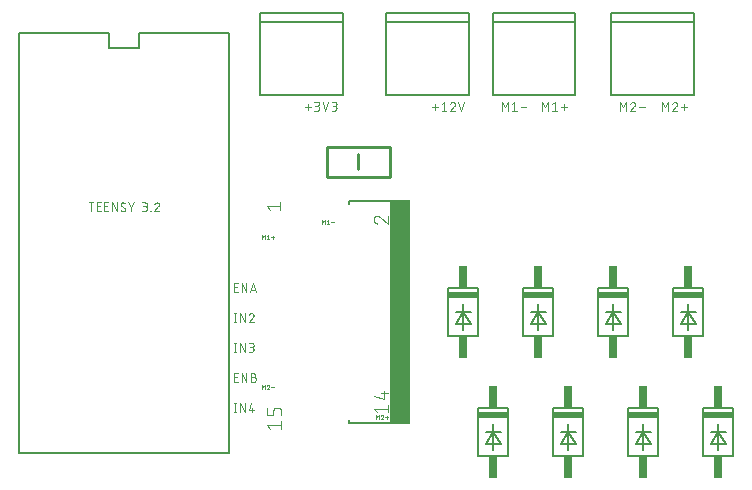
<source format=gto>
G75*
%MOIN*%
%OFA0B0*%
%FSLAX25Y25*%
%IPPOS*%
%LPD*%
%AMOC8*
5,1,8,0,0,1.08239X$1,22.5*
%
%ADD10C,0.00300*%
%ADD11C,0.00100*%
%ADD12C,0.00600*%
%ADD13C,0.00400*%
%ADD14R,0.06594X0.74606*%
%ADD15C,0.00800*%
%ADD16C,0.01000*%
%ADD17R,0.10000X0.02000*%
%ADD18R,0.03000X0.07500*%
D10*
X0084950Y0037950D02*
X0085594Y0037950D01*
X0085272Y0037950D02*
X0085272Y0040850D01*
X0084950Y0040850D02*
X0085594Y0040850D01*
X0086867Y0040850D02*
X0088478Y0037950D01*
X0088478Y0040850D01*
X0086867Y0040850D02*
X0086867Y0037950D01*
X0089843Y0038594D02*
X0091454Y0038594D01*
X0090970Y0037950D02*
X0090970Y0039239D01*
X0089843Y0038594D02*
X0090487Y0040850D01*
X0090558Y0047950D02*
X0090558Y0050850D01*
X0091364Y0050850D01*
X0091413Y0050848D01*
X0091462Y0050842D01*
X0091511Y0050833D01*
X0091558Y0050820D01*
X0091605Y0050803D01*
X0091650Y0050783D01*
X0091693Y0050760D01*
X0091735Y0050733D01*
X0091774Y0050703D01*
X0091811Y0050670D01*
X0091845Y0050634D01*
X0091876Y0050596D01*
X0091905Y0050556D01*
X0091930Y0050514D01*
X0091952Y0050469D01*
X0091970Y0050424D01*
X0091985Y0050377D01*
X0091996Y0050329D01*
X0092004Y0050280D01*
X0092008Y0050231D01*
X0092008Y0050181D01*
X0092004Y0050132D01*
X0091996Y0050083D01*
X0091985Y0050035D01*
X0091970Y0049988D01*
X0091952Y0049943D01*
X0091930Y0049898D01*
X0091905Y0049856D01*
X0091876Y0049816D01*
X0091845Y0049778D01*
X0091811Y0049742D01*
X0091774Y0049709D01*
X0091735Y0049679D01*
X0091693Y0049652D01*
X0091650Y0049629D01*
X0091605Y0049609D01*
X0091558Y0049592D01*
X0091511Y0049579D01*
X0091462Y0049570D01*
X0091413Y0049564D01*
X0091364Y0049562D01*
X0091364Y0049561D02*
X0090558Y0049561D01*
X0091364Y0049562D02*
X0091419Y0049560D01*
X0091474Y0049554D01*
X0091528Y0049545D01*
X0091581Y0049532D01*
X0091634Y0049515D01*
X0091685Y0049495D01*
X0091735Y0049472D01*
X0091783Y0049445D01*
X0091829Y0049414D01*
X0091873Y0049381D01*
X0091914Y0049345D01*
X0091953Y0049306D01*
X0091989Y0049265D01*
X0092022Y0049221D01*
X0092053Y0049175D01*
X0092080Y0049127D01*
X0092103Y0049077D01*
X0092123Y0049026D01*
X0092140Y0048973D01*
X0092153Y0048920D01*
X0092162Y0048866D01*
X0092168Y0048811D01*
X0092170Y0048756D01*
X0092168Y0048701D01*
X0092162Y0048646D01*
X0092153Y0048592D01*
X0092140Y0048539D01*
X0092123Y0048486D01*
X0092103Y0048435D01*
X0092080Y0048385D01*
X0092053Y0048337D01*
X0092022Y0048291D01*
X0091989Y0048247D01*
X0091953Y0048206D01*
X0091914Y0048167D01*
X0091873Y0048131D01*
X0091829Y0048098D01*
X0091783Y0048067D01*
X0091735Y0048040D01*
X0091685Y0048017D01*
X0091634Y0047997D01*
X0091581Y0047980D01*
X0091528Y0047967D01*
X0091474Y0047958D01*
X0091419Y0047952D01*
X0091364Y0047950D01*
X0090558Y0047950D01*
X0089051Y0047950D02*
X0089051Y0050850D01*
X0087440Y0050850D02*
X0087440Y0047950D01*
X0086239Y0047950D02*
X0084950Y0047950D01*
X0084950Y0050850D01*
X0086239Y0050850D01*
X0087440Y0050850D02*
X0089051Y0047950D01*
X0085917Y0049561D02*
X0084950Y0049561D01*
X0084950Y0057950D02*
X0085594Y0057950D01*
X0085272Y0057950D02*
X0085272Y0060850D01*
X0084950Y0060850D02*
X0085594Y0060850D01*
X0086867Y0060850D02*
X0088478Y0057950D01*
X0088478Y0060850D01*
X0089843Y0060850D02*
X0090809Y0060850D01*
X0090858Y0060848D01*
X0090907Y0060842D01*
X0090956Y0060833D01*
X0091003Y0060820D01*
X0091050Y0060803D01*
X0091095Y0060783D01*
X0091138Y0060760D01*
X0091180Y0060733D01*
X0091219Y0060703D01*
X0091256Y0060670D01*
X0091290Y0060634D01*
X0091321Y0060596D01*
X0091350Y0060556D01*
X0091375Y0060514D01*
X0091397Y0060469D01*
X0091415Y0060424D01*
X0091430Y0060377D01*
X0091441Y0060329D01*
X0091449Y0060280D01*
X0091453Y0060231D01*
X0091453Y0060181D01*
X0091449Y0060132D01*
X0091441Y0060083D01*
X0091430Y0060035D01*
X0091415Y0059988D01*
X0091397Y0059943D01*
X0091375Y0059898D01*
X0091350Y0059856D01*
X0091321Y0059816D01*
X0091290Y0059778D01*
X0091256Y0059742D01*
X0091219Y0059709D01*
X0091180Y0059679D01*
X0091138Y0059652D01*
X0091095Y0059629D01*
X0091050Y0059609D01*
X0091003Y0059592D01*
X0090956Y0059579D01*
X0090907Y0059570D01*
X0090858Y0059564D01*
X0090809Y0059562D01*
X0090809Y0059561D02*
X0090165Y0059561D01*
X0090648Y0059562D02*
X0090703Y0059560D01*
X0090758Y0059554D01*
X0090812Y0059545D01*
X0090865Y0059532D01*
X0090918Y0059515D01*
X0090969Y0059495D01*
X0091019Y0059472D01*
X0091067Y0059445D01*
X0091113Y0059414D01*
X0091157Y0059381D01*
X0091198Y0059345D01*
X0091237Y0059306D01*
X0091273Y0059265D01*
X0091306Y0059221D01*
X0091337Y0059175D01*
X0091364Y0059127D01*
X0091387Y0059077D01*
X0091407Y0059026D01*
X0091424Y0058973D01*
X0091437Y0058920D01*
X0091446Y0058866D01*
X0091452Y0058811D01*
X0091454Y0058756D01*
X0091452Y0058701D01*
X0091446Y0058646D01*
X0091437Y0058592D01*
X0091424Y0058539D01*
X0091407Y0058486D01*
X0091387Y0058435D01*
X0091364Y0058385D01*
X0091337Y0058337D01*
X0091306Y0058291D01*
X0091273Y0058247D01*
X0091237Y0058206D01*
X0091198Y0058167D01*
X0091157Y0058131D01*
X0091113Y0058098D01*
X0091067Y0058067D01*
X0091019Y0058040D01*
X0090969Y0058017D01*
X0090918Y0057997D01*
X0090865Y0057980D01*
X0090812Y0057967D01*
X0090758Y0057958D01*
X0090703Y0057952D01*
X0090648Y0057950D01*
X0089843Y0057950D01*
X0086867Y0057950D02*
X0086867Y0060850D01*
X0086867Y0067950D02*
X0086867Y0070850D01*
X0088478Y0067950D01*
X0088478Y0070850D01*
X0091212Y0069561D02*
X0091249Y0069598D01*
X0091283Y0069638D01*
X0091315Y0069680D01*
X0091343Y0069725D01*
X0091369Y0069771D01*
X0091391Y0069818D01*
X0091410Y0069867D01*
X0091426Y0069917D01*
X0091438Y0069968D01*
X0091447Y0070020D01*
X0091452Y0070072D01*
X0091454Y0070125D01*
X0091212Y0069561D02*
X0089843Y0067950D01*
X0091454Y0067950D01*
X0089843Y0070206D02*
X0089863Y0070261D01*
X0089886Y0070315D01*
X0089913Y0070367D01*
X0089943Y0070417D01*
X0089975Y0070466D01*
X0090011Y0070512D01*
X0090050Y0070556D01*
X0090091Y0070597D01*
X0090135Y0070636D01*
X0090181Y0070672D01*
X0090230Y0070705D01*
X0090280Y0070735D01*
X0090332Y0070761D01*
X0090386Y0070785D01*
X0090441Y0070804D01*
X0090497Y0070821D01*
X0090554Y0070833D01*
X0090612Y0070843D01*
X0090670Y0070848D01*
X0090729Y0070850D01*
X0090781Y0070848D01*
X0090832Y0070843D01*
X0090883Y0070833D01*
X0090933Y0070821D01*
X0090982Y0070804D01*
X0091030Y0070784D01*
X0091076Y0070761D01*
X0091121Y0070735D01*
X0091163Y0070705D01*
X0091204Y0070673D01*
X0091242Y0070638D01*
X0091277Y0070600D01*
X0091309Y0070559D01*
X0091339Y0070517D01*
X0091365Y0070472D01*
X0091388Y0070426D01*
X0091408Y0070378D01*
X0091425Y0070329D01*
X0091437Y0070279D01*
X0091447Y0070228D01*
X0091452Y0070177D01*
X0091454Y0070125D01*
X0085594Y0070850D02*
X0084950Y0070850D01*
X0085272Y0070850D02*
X0085272Y0067950D01*
X0084950Y0067950D02*
X0085594Y0067950D01*
X0084950Y0077950D02*
X0084950Y0080850D01*
X0086239Y0080850D01*
X0087440Y0080850D02*
X0089051Y0077950D01*
X0089051Y0080850D01*
X0087440Y0080850D02*
X0087440Y0077950D01*
X0086239Y0077950D02*
X0084950Y0077950D01*
X0084950Y0079561D02*
X0085917Y0079561D01*
X0090255Y0077950D02*
X0091221Y0080850D01*
X0092188Y0077950D01*
X0091946Y0078675D02*
X0090496Y0078675D01*
X0059949Y0104850D02*
X0058338Y0104850D01*
X0059707Y0106461D01*
X0059224Y0107750D02*
X0059165Y0107748D01*
X0059107Y0107743D01*
X0059049Y0107733D01*
X0058992Y0107721D01*
X0058936Y0107704D01*
X0058881Y0107685D01*
X0058827Y0107661D01*
X0058775Y0107635D01*
X0058725Y0107605D01*
X0058676Y0107572D01*
X0058630Y0107536D01*
X0058586Y0107497D01*
X0058545Y0107456D01*
X0058506Y0107412D01*
X0058470Y0107366D01*
X0058438Y0107317D01*
X0058408Y0107267D01*
X0058381Y0107215D01*
X0058358Y0107161D01*
X0058338Y0107106D01*
X0059707Y0106461D02*
X0059744Y0106498D01*
X0059778Y0106538D01*
X0059810Y0106580D01*
X0059838Y0106625D01*
X0059864Y0106671D01*
X0059886Y0106718D01*
X0059905Y0106767D01*
X0059921Y0106817D01*
X0059933Y0106868D01*
X0059942Y0106920D01*
X0059947Y0106972D01*
X0059949Y0107025D01*
X0059947Y0107077D01*
X0059942Y0107128D01*
X0059932Y0107179D01*
X0059920Y0107229D01*
X0059903Y0107278D01*
X0059883Y0107326D01*
X0059860Y0107372D01*
X0059834Y0107417D01*
X0059804Y0107459D01*
X0059772Y0107500D01*
X0059737Y0107538D01*
X0059699Y0107573D01*
X0059658Y0107605D01*
X0059616Y0107635D01*
X0059571Y0107661D01*
X0059525Y0107684D01*
X0059477Y0107704D01*
X0059428Y0107721D01*
X0059378Y0107733D01*
X0059327Y0107743D01*
X0059276Y0107748D01*
X0059224Y0107750D01*
X0057208Y0105011D02*
X0057208Y0104850D01*
X0057047Y0104850D01*
X0057047Y0105011D01*
X0057208Y0105011D01*
X0055112Y0104850D02*
X0054306Y0104850D01*
X0055112Y0104850D02*
X0055167Y0104852D01*
X0055222Y0104858D01*
X0055276Y0104867D01*
X0055329Y0104880D01*
X0055382Y0104897D01*
X0055433Y0104917D01*
X0055483Y0104940D01*
X0055531Y0104967D01*
X0055577Y0104998D01*
X0055621Y0105031D01*
X0055662Y0105067D01*
X0055701Y0105106D01*
X0055737Y0105147D01*
X0055770Y0105191D01*
X0055801Y0105237D01*
X0055828Y0105285D01*
X0055851Y0105335D01*
X0055871Y0105386D01*
X0055888Y0105439D01*
X0055901Y0105492D01*
X0055910Y0105546D01*
X0055916Y0105601D01*
X0055918Y0105656D01*
X0055916Y0105711D01*
X0055910Y0105766D01*
X0055901Y0105820D01*
X0055888Y0105873D01*
X0055871Y0105926D01*
X0055851Y0105977D01*
X0055828Y0106027D01*
X0055801Y0106075D01*
X0055770Y0106121D01*
X0055737Y0106165D01*
X0055701Y0106206D01*
X0055662Y0106245D01*
X0055621Y0106281D01*
X0055577Y0106314D01*
X0055531Y0106345D01*
X0055483Y0106372D01*
X0055433Y0106395D01*
X0055382Y0106415D01*
X0055329Y0106432D01*
X0055276Y0106445D01*
X0055222Y0106454D01*
X0055167Y0106460D01*
X0055112Y0106462D01*
X0055273Y0106461D02*
X0054628Y0106461D01*
X0055273Y0106462D02*
X0055322Y0106464D01*
X0055371Y0106470D01*
X0055420Y0106479D01*
X0055467Y0106492D01*
X0055514Y0106509D01*
X0055559Y0106529D01*
X0055602Y0106552D01*
X0055644Y0106579D01*
X0055683Y0106609D01*
X0055720Y0106642D01*
X0055754Y0106678D01*
X0055785Y0106716D01*
X0055814Y0106756D01*
X0055839Y0106798D01*
X0055861Y0106843D01*
X0055879Y0106888D01*
X0055894Y0106935D01*
X0055905Y0106983D01*
X0055913Y0107032D01*
X0055917Y0107081D01*
X0055917Y0107131D01*
X0055913Y0107180D01*
X0055905Y0107229D01*
X0055894Y0107277D01*
X0055879Y0107324D01*
X0055861Y0107369D01*
X0055839Y0107414D01*
X0055814Y0107456D01*
X0055785Y0107496D01*
X0055754Y0107534D01*
X0055720Y0107570D01*
X0055683Y0107603D01*
X0055644Y0107633D01*
X0055602Y0107660D01*
X0055559Y0107683D01*
X0055514Y0107703D01*
X0055467Y0107720D01*
X0055420Y0107733D01*
X0055371Y0107742D01*
X0055322Y0107748D01*
X0055273Y0107750D01*
X0054306Y0107750D01*
X0051662Y0107750D02*
X0050696Y0106381D01*
X0050696Y0104850D01*
X0050696Y0106381D02*
X0049729Y0107750D01*
X0047508Y0106542D02*
X0047468Y0106568D01*
X0047429Y0106597D01*
X0047392Y0106629D01*
X0047358Y0106664D01*
X0047327Y0106701D01*
X0047298Y0106740D01*
X0047272Y0106781D01*
X0047250Y0106824D01*
X0047231Y0106869D01*
X0047215Y0106915D01*
X0047202Y0106961D01*
X0047193Y0107009D01*
X0047188Y0107057D01*
X0047186Y0107106D01*
X0047187Y0107106D02*
X0047189Y0107154D01*
X0047194Y0107202D01*
X0047203Y0107249D01*
X0047216Y0107296D01*
X0047232Y0107341D01*
X0047251Y0107385D01*
X0047273Y0107428D01*
X0047299Y0107469D01*
X0047328Y0107508D01*
X0047359Y0107544D01*
X0047393Y0107578D01*
X0047429Y0107610D01*
X0047468Y0107638D01*
X0047509Y0107664D01*
X0047552Y0107686D01*
X0047596Y0107705D01*
X0047641Y0107721D01*
X0047688Y0107734D01*
X0047735Y0107743D01*
X0047783Y0107748D01*
X0047831Y0107750D01*
X0047896Y0107748D01*
X0047960Y0107743D01*
X0048025Y0107734D01*
X0048088Y0107722D01*
X0048151Y0107707D01*
X0048213Y0107688D01*
X0048274Y0107666D01*
X0048333Y0107641D01*
X0048392Y0107612D01*
X0048448Y0107580D01*
X0048503Y0107546D01*
X0048556Y0107508D01*
X0047107Y0105253D02*
X0047158Y0105203D01*
X0047213Y0105156D01*
X0047269Y0105113D01*
X0047328Y0105072D01*
X0047389Y0105034D01*
X0047452Y0105000D01*
X0047517Y0104969D01*
X0047583Y0104941D01*
X0047650Y0104917D01*
X0047719Y0104897D01*
X0047789Y0104880D01*
X0047859Y0104867D01*
X0047930Y0104858D01*
X0048001Y0104852D01*
X0048073Y0104850D01*
X0048121Y0104852D01*
X0048169Y0104857D01*
X0048216Y0104866D01*
X0048263Y0104879D01*
X0048308Y0104895D01*
X0048352Y0104914D01*
X0048395Y0104936D01*
X0048436Y0104962D01*
X0048475Y0104991D01*
X0048511Y0105022D01*
X0048545Y0105056D01*
X0048576Y0105092D01*
X0048605Y0105131D01*
X0048631Y0105172D01*
X0048653Y0105215D01*
X0048672Y0105259D01*
X0048688Y0105304D01*
X0048701Y0105351D01*
X0048710Y0105398D01*
X0048715Y0105446D01*
X0048717Y0105494D01*
X0048395Y0106058D02*
X0047509Y0106542D01*
X0048396Y0106058D02*
X0048436Y0106032D01*
X0048475Y0106003D01*
X0048512Y0105971D01*
X0048546Y0105936D01*
X0048577Y0105899D01*
X0048606Y0105860D01*
X0048632Y0105819D01*
X0048654Y0105776D01*
X0048673Y0105731D01*
X0048689Y0105685D01*
X0048702Y0105639D01*
X0048711Y0105591D01*
X0048716Y0105543D01*
X0048718Y0105494D01*
X0045837Y0104850D02*
X0045837Y0107750D01*
X0044226Y0107750D02*
X0044226Y0104850D01*
X0043025Y0104850D02*
X0041736Y0104850D01*
X0041736Y0107750D01*
X0043025Y0107750D01*
X0044226Y0107750D02*
X0045837Y0104850D01*
X0042703Y0106461D02*
X0041736Y0106461D01*
X0040207Y0106461D02*
X0039240Y0106461D01*
X0039240Y0107750D02*
X0040529Y0107750D01*
X0039240Y0107750D02*
X0039240Y0104850D01*
X0040529Y0104850D01*
X0037256Y0104850D02*
X0037256Y0107750D01*
X0038061Y0107750D02*
X0036450Y0107750D01*
X0108498Y0139478D02*
X0110431Y0139478D01*
X0109465Y0138511D02*
X0109465Y0140444D01*
X0111731Y0141250D02*
X0112698Y0141250D01*
X0112747Y0141248D01*
X0112796Y0141242D01*
X0112845Y0141233D01*
X0112892Y0141220D01*
X0112939Y0141203D01*
X0112984Y0141183D01*
X0113027Y0141160D01*
X0113069Y0141133D01*
X0113108Y0141103D01*
X0113145Y0141070D01*
X0113179Y0141034D01*
X0113210Y0140996D01*
X0113239Y0140956D01*
X0113264Y0140914D01*
X0113286Y0140869D01*
X0113304Y0140824D01*
X0113319Y0140777D01*
X0113330Y0140729D01*
X0113338Y0140680D01*
X0113342Y0140631D01*
X0113342Y0140581D01*
X0113338Y0140532D01*
X0113330Y0140483D01*
X0113319Y0140435D01*
X0113304Y0140388D01*
X0113286Y0140343D01*
X0113264Y0140298D01*
X0113239Y0140256D01*
X0113210Y0140216D01*
X0113179Y0140178D01*
X0113145Y0140142D01*
X0113108Y0140109D01*
X0113069Y0140079D01*
X0113027Y0140052D01*
X0112984Y0140029D01*
X0112939Y0140009D01*
X0112892Y0139992D01*
X0112845Y0139979D01*
X0112796Y0139970D01*
X0112747Y0139964D01*
X0112698Y0139962D01*
X0112698Y0139961D02*
X0112053Y0139961D01*
X0112537Y0139962D02*
X0112592Y0139960D01*
X0112647Y0139954D01*
X0112701Y0139945D01*
X0112754Y0139932D01*
X0112807Y0139915D01*
X0112858Y0139895D01*
X0112908Y0139872D01*
X0112956Y0139845D01*
X0113002Y0139814D01*
X0113046Y0139781D01*
X0113087Y0139745D01*
X0113126Y0139706D01*
X0113162Y0139665D01*
X0113195Y0139621D01*
X0113226Y0139575D01*
X0113253Y0139527D01*
X0113276Y0139477D01*
X0113296Y0139426D01*
X0113313Y0139373D01*
X0113326Y0139320D01*
X0113335Y0139266D01*
X0113341Y0139211D01*
X0113343Y0139156D01*
X0113341Y0139101D01*
X0113335Y0139046D01*
X0113326Y0138992D01*
X0113313Y0138939D01*
X0113296Y0138886D01*
X0113276Y0138835D01*
X0113253Y0138785D01*
X0113226Y0138737D01*
X0113195Y0138691D01*
X0113162Y0138647D01*
X0113126Y0138606D01*
X0113087Y0138567D01*
X0113046Y0138531D01*
X0113002Y0138498D01*
X0112956Y0138467D01*
X0112908Y0138440D01*
X0112858Y0138417D01*
X0112807Y0138397D01*
X0112754Y0138380D01*
X0112701Y0138367D01*
X0112647Y0138358D01*
X0112592Y0138352D01*
X0112537Y0138350D01*
X0111731Y0138350D01*
X0115417Y0138350D02*
X0116383Y0141250D01*
X0117491Y0141250D02*
X0118458Y0141250D01*
X0118507Y0141248D01*
X0118556Y0141242D01*
X0118605Y0141233D01*
X0118652Y0141220D01*
X0118699Y0141203D01*
X0118744Y0141183D01*
X0118787Y0141160D01*
X0118829Y0141133D01*
X0118868Y0141103D01*
X0118905Y0141070D01*
X0118939Y0141034D01*
X0118970Y0140996D01*
X0118999Y0140956D01*
X0119024Y0140914D01*
X0119046Y0140869D01*
X0119064Y0140824D01*
X0119079Y0140777D01*
X0119090Y0140729D01*
X0119098Y0140680D01*
X0119102Y0140631D01*
X0119102Y0140581D01*
X0119098Y0140532D01*
X0119090Y0140483D01*
X0119079Y0140435D01*
X0119064Y0140388D01*
X0119046Y0140343D01*
X0119024Y0140298D01*
X0118999Y0140256D01*
X0118970Y0140216D01*
X0118939Y0140178D01*
X0118905Y0140142D01*
X0118868Y0140109D01*
X0118829Y0140079D01*
X0118787Y0140052D01*
X0118744Y0140029D01*
X0118699Y0140009D01*
X0118652Y0139992D01*
X0118605Y0139979D01*
X0118556Y0139970D01*
X0118507Y0139964D01*
X0118458Y0139962D01*
X0118458Y0139961D02*
X0117813Y0139961D01*
X0118297Y0139962D02*
X0118352Y0139960D01*
X0118407Y0139954D01*
X0118461Y0139945D01*
X0118514Y0139932D01*
X0118567Y0139915D01*
X0118618Y0139895D01*
X0118668Y0139872D01*
X0118716Y0139845D01*
X0118762Y0139814D01*
X0118806Y0139781D01*
X0118847Y0139745D01*
X0118886Y0139706D01*
X0118922Y0139665D01*
X0118955Y0139621D01*
X0118986Y0139575D01*
X0119013Y0139527D01*
X0119036Y0139477D01*
X0119056Y0139426D01*
X0119073Y0139373D01*
X0119086Y0139320D01*
X0119095Y0139266D01*
X0119101Y0139211D01*
X0119103Y0139156D01*
X0119101Y0139101D01*
X0119095Y0139046D01*
X0119086Y0138992D01*
X0119073Y0138939D01*
X0119056Y0138886D01*
X0119036Y0138835D01*
X0119013Y0138785D01*
X0118986Y0138737D01*
X0118955Y0138691D01*
X0118922Y0138647D01*
X0118886Y0138606D01*
X0118847Y0138567D01*
X0118806Y0138531D01*
X0118762Y0138498D01*
X0118716Y0138467D01*
X0118668Y0138440D01*
X0118618Y0138417D01*
X0118567Y0138397D01*
X0118514Y0138380D01*
X0118461Y0138367D01*
X0118407Y0138358D01*
X0118352Y0138352D01*
X0118297Y0138350D01*
X0117491Y0138350D01*
X0115417Y0138350D02*
X0114450Y0141250D01*
X0150917Y0139478D02*
X0152851Y0139478D01*
X0151884Y0140444D02*
X0151884Y0138511D01*
X0154150Y0138350D02*
X0155762Y0138350D01*
X0154956Y0138350D02*
X0154956Y0141250D01*
X0154150Y0140606D01*
X0157030Y0138350D02*
X0158642Y0138350D01*
X0157030Y0138350D02*
X0158400Y0139961D01*
X0157917Y0141250D02*
X0157858Y0141248D01*
X0157800Y0141243D01*
X0157742Y0141233D01*
X0157685Y0141221D01*
X0157629Y0141204D01*
X0157574Y0141185D01*
X0157520Y0141161D01*
X0157468Y0141135D01*
X0157418Y0141105D01*
X0157369Y0141072D01*
X0157323Y0141036D01*
X0157279Y0140997D01*
X0157238Y0140956D01*
X0157199Y0140912D01*
X0157163Y0140866D01*
X0157131Y0140817D01*
X0157101Y0140767D01*
X0157074Y0140715D01*
X0157051Y0140661D01*
X0157031Y0140606D01*
X0158400Y0139961D02*
X0158437Y0139998D01*
X0158471Y0140038D01*
X0158503Y0140080D01*
X0158531Y0140125D01*
X0158557Y0140171D01*
X0158579Y0140218D01*
X0158598Y0140267D01*
X0158614Y0140317D01*
X0158626Y0140368D01*
X0158635Y0140420D01*
X0158640Y0140472D01*
X0158642Y0140525D01*
X0158640Y0140577D01*
X0158635Y0140628D01*
X0158625Y0140679D01*
X0158613Y0140729D01*
X0158596Y0140778D01*
X0158576Y0140826D01*
X0158553Y0140872D01*
X0158527Y0140917D01*
X0158497Y0140959D01*
X0158465Y0141000D01*
X0158430Y0141038D01*
X0158392Y0141073D01*
X0158351Y0141105D01*
X0158309Y0141135D01*
X0158264Y0141161D01*
X0158218Y0141184D01*
X0158170Y0141204D01*
X0158121Y0141221D01*
X0158071Y0141233D01*
X0158020Y0141243D01*
X0157969Y0141248D01*
X0157917Y0141250D01*
X0159749Y0141250D02*
X0160716Y0138350D01*
X0161683Y0141250D01*
X0174213Y0141250D02*
X0175180Y0139639D01*
X0176147Y0141250D01*
X0176147Y0138350D01*
X0177542Y0138350D02*
X0179154Y0138350D01*
X0178348Y0138350D02*
X0178348Y0141250D01*
X0177542Y0140606D01*
X0180453Y0139478D02*
X0182387Y0139478D01*
X0187713Y0138350D02*
X0187713Y0141250D01*
X0188680Y0139639D01*
X0189647Y0141250D01*
X0189647Y0138350D01*
X0191042Y0138350D02*
X0192654Y0138350D01*
X0191848Y0138350D02*
X0191848Y0141250D01*
X0191042Y0140606D01*
X0193953Y0139478D02*
X0195887Y0139478D01*
X0194920Y0140444D02*
X0194920Y0138511D01*
X0213713Y0138350D02*
X0213713Y0141250D01*
X0214680Y0139639D01*
X0215647Y0141250D01*
X0215647Y0138350D01*
X0217042Y0138350D02*
X0218654Y0138350D01*
X0217042Y0138350D02*
X0218412Y0139961D01*
X0217929Y0141250D02*
X0217870Y0141248D01*
X0217812Y0141243D01*
X0217754Y0141233D01*
X0217697Y0141221D01*
X0217641Y0141204D01*
X0217586Y0141185D01*
X0217532Y0141161D01*
X0217480Y0141135D01*
X0217430Y0141105D01*
X0217381Y0141072D01*
X0217335Y0141036D01*
X0217291Y0140997D01*
X0217250Y0140956D01*
X0217211Y0140912D01*
X0217175Y0140866D01*
X0217143Y0140817D01*
X0217113Y0140767D01*
X0217086Y0140715D01*
X0217063Y0140661D01*
X0217043Y0140606D01*
X0218412Y0139961D02*
X0218449Y0139998D01*
X0218483Y0140038D01*
X0218515Y0140080D01*
X0218543Y0140125D01*
X0218569Y0140171D01*
X0218591Y0140218D01*
X0218610Y0140267D01*
X0218626Y0140317D01*
X0218638Y0140368D01*
X0218647Y0140420D01*
X0218652Y0140472D01*
X0218654Y0140525D01*
X0218652Y0140577D01*
X0218647Y0140628D01*
X0218637Y0140679D01*
X0218625Y0140729D01*
X0218608Y0140778D01*
X0218588Y0140826D01*
X0218565Y0140872D01*
X0218539Y0140917D01*
X0218509Y0140959D01*
X0218477Y0141000D01*
X0218442Y0141038D01*
X0218404Y0141073D01*
X0218363Y0141105D01*
X0218321Y0141135D01*
X0218276Y0141161D01*
X0218230Y0141184D01*
X0218182Y0141204D01*
X0218133Y0141221D01*
X0218083Y0141233D01*
X0218032Y0141243D01*
X0217981Y0141248D01*
X0217929Y0141250D01*
X0219953Y0139478D02*
X0221887Y0139478D01*
X0227713Y0138350D02*
X0227713Y0141250D01*
X0228680Y0139639D01*
X0229647Y0141250D01*
X0229647Y0138350D01*
X0231042Y0138350D02*
X0232654Y0138350D01*
X0231042Y0138350D02*
X0232412Y0139961D01*
X0231929Y0141250D02*
X0231870Y0141248D01*
X0231812Y0141243D01*
X0231754Y0141233D01*
X0231697Y0141221D01*
X0231641Y0141204D01*
X0231586Y0141185D01*
X0231532Y0141161D01*
X0231480Y0141135D01*
X0231430Y0141105D01*
X0231381Y0141072D01*
X0231335Y0141036D01*
X0231291Y0140997D01*
X0231250Y0140956D01*
X0231211Y0140912D01*
X0231175Y0140866D01*
X0231143Y0140817D01*
X0231113Y0140767D01*
X0231086Y0140715D01*
X0231063Y0140661D01*
X0231043Y0140606D01*
X0232412Y0139961D02*
X0232449Y0139998D01*
X0232483Y0140038D01*
X0232515Y0140080D01*
X0232543Y0140125D01*
X0232569Y0140171D01*
X0232591Y0140218D01*
X0232610Y0140267D01*
X0232626Y0140317D01*
X0232638Y0140368D01*
X0232647Y0140420D01*
X0232652Y0140472D01*
X0232654Y0140525D01*
X0232652Y0140577D01*
X0232647Y0140628D01*
X0232637Y0140679D01*
X0232625Y0140729D01*
X0232608Y0140778D01*
X0232588Y0140826D01*
X0232565Y0140872D01*
X0232539Y0140917D01*
X0232509Y0140959D01*
X0232477Y0141000D01*
X0232442Y0141038D01*
X0232404Y0141073D01*
X0232363Y0141105D01*
X0232321Y0141135D01*
X0232276Y0141161D01*
X0232230Y0141184D01*
X0232182Y0141204D01*
X0232133Y0141221D01*
X0232083Y0141233D01*
X0232032Y0141243D01*
X0231981Y0141248D01*
X0231929Y0141250D01*
X0233953Y0139478D02*
X0235887Y0139478D01*
X0234920Y0140444D02*
X0234920Y0138511D01*
X0174213Y0138350D02*
X0174213Y0141250D01*
D11*
X0118360Y0101133D02*
X0117360Y0101133D01*
X0116741Y0100550D02*
X0115907Y0100550D01*
X0116324Y0100550D02*
X0116324Y0102050D01*
X0115907Y0101717D01*
X0115240Y0102050D02*
X0115240Y0100550D01*
X0114740Y0101217D02*
X0114240Y0102050D01*
X0114240Y0100550D01*
X0114740Y0101217D02*
X0115240Y0102050D01*
X0098360Y0096133D02*
X0097360Y0096133D01*
X0097860Y0095633D02*
X0097860Y0096633D01*
X0096741Y0095550D02*
X0095907Y0095550D01*
X0096324Y0095550D02*
X0096324Y0097050D01*
X0095907Y0096717D01*
X0095240Y0097050D02*
X0095240Y0095550D01*
X0094740Y0096217D02*
X0095240Y0097050D01*
X0094740Y0096217D02*
X0094240Y0097050D01*
X0094240Y0095550D01*
X0094240Y0047050D02*
X0094740Y0046217D01*
X0095240Y0047050D01*
X0095240Y0045550D01*
X0095907Y0045550D02*
X0096616Y0046383D01*
X0096366Y0047050D02*
X0096326Y0047048D01*
X0096286Y0047043D01*
X0096246Y0047035D01*
X0096207Y0047023D01*
X0096170Y0047008D01*
X0096134Y0046990D01*
X0096099Y0046969D01*
X0096066Y0046946D01*
X0096036Y0046919D01*
X0096008Y0046890D01*
X0095982Y0046859D01*
X0095959Y0046826D01*
X0095939Y0046791D01*
X0095921Y0046754D01*
X0095907Y0046716D01*
X0096616Y0046383D02*
X0096641Y0046409D01*
X0096664Y0046438D01*
X0096684Y0046468D01*
X0096701Y0046500D01*
X0096715Y0046533D01*
X0096726Y0046568D01*
X0096734Y0046603D01*
X0096739Y0046639D01*
X0096741Y0046675D01*
X0096739Y0046712D01*
X0096734Y0046748D01*
X0096725Y0046784D01*
X0096712Y0046819D01*
X0096697Y0046852D01*
X0096678Y0046883D01*
X0096656Y0046913D01*
X0096631Y0046940D01*
X0096604Y0046965D01*
X0096574Y0046987D01*
X0096543Y0047006D01*
X0096510Y0047021D01*
X0096475Y0047034D01*
X0096439Y0047043D01*
X0096403Y0047048D01*
X0096366Y0047050D01*
X0097360Y0046133D02*
X0098360Y0046133D01*
X0096741Y0045550D02*
X0095907Y0045550D01*
X0094240Y0045550D02*
X0094240Y0047050D01*
X0132240Y0037050D02*
X0132740Y0036217D01*
X0133240Y0037050D01*
X0133240Y0035550D01*
X0133907Y0035550D02*
X0134741Y0035550D01*
X0133907Y0035550D02*
X0134616Y0036383D01*
X0134366Y0037050D02*
X0134326Y0037048D01*
X0134286Y0037043D01*
X0134246Y0037035D01*
X0134207Y0037023D01*
X0134170Y0037008D01*
X0134134Y0036990D01*
X0134099Y0036969D01*
X0134066Y0036946D01*
X0134036Y0036919D01*
X0134008Y0036890D01*
X0133982Y0036859D01*
X0133959Y0036826D01*
X0133939Y0036791D01*
X0133921Y0036754D01*
X0133907Y0036716D01*
X0134616Y0036383D02*
X0134641Y0036409D01*
X0134664Y0036438D01*
X0134684Y0036468D01*
X0134701Y0036500D01*
X0134715Y0036533D01*
X0134726Y0036568D01*
X0134734Y0036603D01*
X0134739Y0036639D01*
X0134741Y0036675D01*
X0134739Y0036712D01*
X0134734Y0036748D01*
X0134725Y0036784D01*
X0134712Y0036819D01*
X0134697Y0036852D01*
X0134678Y0036883D01*
X0134656Y0036913D01*
X0134631Y0036940D01*
X0134604Y0036965D01*
X0134574Y0036987D01*
X0134543Y0037006D01*
X0134510Y0037021D01*
X0134475Y0037034D01*
X0134439Y0037043D01*
X0134403Y0037048D01*
X0134366Y0037050D01*
X0135360Y0036133D02*
X0136360Y0036133D01*
X0135860Y0035633D02*
X0135860Y0036633D01*
X0132240Y0037050D02*
X0132240Y0035550D01*
D12*
X0137300Y0034300D02*
X0123300Y0034300D01*
X0123300Y0035300D01*
X0166300Y0039300D02*
X0166300Y0023300D01*
X0176300Y0023300D01*
X0176300Y0039300D01*
X0166300Y0039300D01*
X0171300Y0033800D02*
X0171300Y0031300D01*
X0168800Y0031300D01*
X0171300Y0031300D02*
X0173800Y0031300D01*
X0171300Y0031300D02*
X0173800Y0027300D01*
X0168800Y0027300D01*
X0171300Y0031300D01*
X0171300Y0025300D01*
X0191300Y0023300D02*
X0201300Y0023300D01*
X0201300Y0039300D01*
X0191300Y0039300D01*
X0191300Y0023300D01*
X0193800Y0027300D02*
X0196300Y0031300D01*
X0193800Y0031300D01*
X0196300Y0031300D02*
X0198800Y0031300D01*
X0196300Y0031300D02*
X0198800Y0027300D01*
X0193800Y0027300D01*
X0196300Y0025300D02*
X0196300Y0031300D01*
X0196300Y0033800D01*
X0216300Y0039300D02*
X0216300Y0023300D01*
X0226300Y0023300D01*
X0226300Y0039300D01*
X0216300Y0039300D01*
X0221300Y0033800D02*
X0221300Y0031300D01*
X0218800Y0031300D01*
X0221300Y0031300D02*
X0223800Y0031300D01*
X0221300Y0031300D02*
X0223800Y0027300D01*
X0218800Y0027300D01*
X0221300Y0031300D01*
X0221300Y0025300D01*
X0241300Y0023300D02*
X0251300Y0023300D01*
X0251300Y0039300D01*
X0241300Y0039300D01*
X0241300Y0023300D01*
X0243800Y0027300D02*
X0246300Y0031300D01*
X0243800Y0031300D01*
X0246300Y0031300D02*
X0248800Y0031300D01*
X0246300Y0031300D02*
X0248800Y0027300D01*
X0243800Y0027300D01*
X0246300Y0025300D02*
X0246300Y0031300D01*
X0246300Y0033800D01*
X0241300Y0063300D02*
X0231300Y0063300D01*
X0231300Y0079300D01*
X0241300Y0079300D01*
X0241300Y0063300D01*
X0238800Y0067300D02*
X0236300Y0071300D01*
X0233800Y0071300D01*
X0236300Y0071300D02*
X0236300Y0073800D01*
X0236300Y0071300D02*
X0238800Y0071300D01*
X0236300Y0071300D02*
X0236300Y0065300D01*
X0233800Y0067300D02*
X0236300Y0071300D01*
X0238800Y0067300D02*
X0233800Y0067300D01*
X0216300Y0063300D02*
X0216300Y0079300D01*
X0206300Y0079300D01*
X0206300Y0063300D01*
X0216300Y0063300D01*
X0213800Y0067300D02*
X0211300Y0071300D01*
X0208800Y0071300D01*
X0211300Y0071300D02*
X0211300Y0073800D01*
X0211300Y0071300D02*
X0213800Y0071300D01*
X0211300Y0071300D02*
X0211300Y0065300D01*
X0208800Y0067300D02*
X0211300Y0071300D01*
X0213800Y0067300D02*
X0208800Y0067300D01*
X0191300Y0063300D02*
X0191300Y0079300D01*
X0181300Y0079300D01*
X0181300Y0063300D01*
X0191300Y0063300D01*
X0186300Y0065300D02*
X0186300Y0071300D01*
X0183800Y0071300D01*
X0186300Y0071300D02*
X0186300Y0073800D01*
X0186300Y0071300D02*
X0188800Y0071300D01*
X0186300Y0071300D02*
X0188800Y0067300D01*
X0183800Y0067300D01*
X0186300Y0071300D01*
X0166300Y0079300D02*
X0166300Y0063300D01*
X0156300Y0063300D01*
X0156300Y0079300D01*
X0166300Y0079300D01*
X0161300Y0073800D02*
X0161300Y0071300D01*
X0158800Y0071300D01*
X0161300Y0071300D02*
X0163800Y0071300D01*
X0161300Y0071300D02*
X0163800Y0067300D01*
X0158800Y0067300D01*
X0161300Y0071300D01*
X0161300Y0065300D01*
X0123300Y0107300D02*
X0123300Y0108300D01*
X0137300Y0108300D01*
D13*
X0136100Y0103291D02*
X0136100Y0100735D01*
X0133544Y0102908D01*
X0131500Y0102141D02*
X0131502Y0102067D01*
X0131507Y0101993D01*
X0131517Y0101919D01*
X0131530Y0101846D01*
X0131546Y0101773D01*
X0131567Y0101702D01*
X0131591Y0101632D01*
X0131618Y0101563D01*
X0131649Y0101495D01*
X0131683Y0101429D01*
X0131720Y0101365D01*
X0131761Y0101303D01*
X0131805Y0101242D01*
X0131851Y0101185D01*
X0131901Y0101129D01*
X0131953Y0101076D01*
X0132008Y0101026D01*
X0132065Y0100979D01*
X0132125Y0100935D01*
X0132187Y0100893D01*
X0132250Y0100855D01*
X0132316Y0100820D01*
X0132383Y0100789D01*
X0132452Y0100761D01*
X0132522Y0100736D01*
X0133544Y0102908D02*
X0133497Y0102955D01*
X0133447Y0102999D01*
X0133395Y0103041D01*
X0133341Y0103080D01*
X0133285Y0103115D01*
X0133227Y0103148D01*
X0133167Y0103178D01*
X0133106Y0103204D01*
X0133043Y0103227D01*
X0132979Y0103246D01*
X0132915Y0103262D01*
X0132849Y0103275D01*
X0132783Y0103284D01*
X0132717Y0103289D01*
X0132650Y0103291D01*
X0132583Y0103289D01*
X0132516Y0103283D01*
X0132450Y0103274D01*
X0132385Y0103260D01*
X0132320Y0103243D01*
X0132257Y0103222D01*
X0132195Y0103197D01*
X0132134Y0103169D01*
X0132075Y0103137D01*
X0132018Y0103102D01*
X0131963Y0103063D01*
X0131911Y0103022D01*
X0131861Y0102977D01*
X0131814Y0102930D01*
X0131769Y0102880D01*
X0131728Y0102828D01*
X0131689Y0102773D01*
X0131654Y0102716D01*
X0131622Y0102657D01*
X0131594Y0102596D01*
X0131569Y0102534D01*
X0131548Y0102471D01*
X0131531Y0102406D01*
X0131517Y0102341D01*
X0131508Y0102275D01*
X0131502Y0102208D01*
X0131500Y0102141D01*
X0100398Y0105266D02*
X0100398Y0107822D01*
X0100398Y0106544D02*
X0095798Y0106544D01*
X0096820Y0105266D01*
X0135078Y0044846D02*
X0135078Y0042291D01*
X0131500Y0043313D01*
X0134056Y0044079D02*
X0136100Y0044079D01*
X0136100Y0040346D02*
X0136100Y0037791D01*
X0136100Y0039068D02*
X0131500Y0039068D01*
X0132522Y0037791D01*
X0100631Y0038355D02*
X0100631Y0036822D01*
X0100631Y0038355D02*
X0100629Y0038417D01*
X0100624Y0038478D01*
X0100614Y0038539D01*
X0100601Y0038600D01*
X0100585Y0038659D01*
X0100565Y0038717D01*
X0100541Y0038774D01*
X0100514Y0038830D01*
X0100484Y0038884D01*
X0100450Y0038936D01*
X0100414Y0038985D01*
X0100374Y0039033D01*
X0100332Y0039078D01*
X0100287Y0039120D01*
X0100239Y0039160D01*
X0100190Y0039196D01*
X0100138Y0039230D01*
X0100084Y0039260D01*
X0100028Y0039287D01*
X0099971Y0039311D01*
X0099913Y0039331D01*
X0099854Y0039347D01*
X0099793Y0039360D01*
X0099732Y0039370D01*
X0099671Y0039375D01*
X0099609Y0039377D01*
X0099098Y0039377D01*
X0099036Y0039375D01*
X0098975Y0039370D01*
X0098914Y0039360D01*
X0098853Y0039347D01*
X0098794Y0039331D01*
X0098736Y0039311D01*
X0098679Y0039287D01*
X0098623Y0039260D01*
X0098569Y0039230D01*
X0098517Y0039196D01*
X0098468Y0039160D01*
X0098420Y0039120D01*
X0098375Y0039078D01*
X0098333Y0039033D01*
X0098293Y0038985D01*
X0098257Y0038936D01*
X0098223Y0038884D01*
X0098193Y0038830D01*
X0098166Y0038774D01*
X0098142Y0038717D01*
X0098122Y0038659D01*
X0098106Y0038600D01*
X0098093Y0038539D01*
X0098083Y0038478D01*
X0098078Y0038417D01*
X0098076Y0038355D01*
X0098076Y0036822D01*
X0096031Y0036822D01*
X0096031Y0039377D01*
X0100631Y0034877D02*
X0100631Y0032322D01*
X0100631Y0033599D02*
X0096031Y0033599D01*
X0097053Y0032322D01*
D14*
X0140286Y0071300D03*
D15*
X0013300Y0024300D02*
X0013300Y0164300D01*
X0043300Y0164300D01*
X0043300Y0159300D01*
X0053300Y0159300D01*
X0053300Y0164300D01*
X0083300Y0164300D01*
X0083300Y0024300D01*
X0013300Y0024300D01*
X0093631Y0143414D02*
X0093631Y0167824D01*
X0121190Y0167824D01*
X0121190Y0143414D01*
X0093631Y0143414D01*
X0093631Y0167824D02*
X0093631Y0170973D01*
X0121190Y0170973D01*
X0121190Y0167824D01*
X0135631Y0167824D02*
X0163190Y0167824D01*
X0163190Y0143414D01*
X0135631Y0143414D01*
X0135631Y0167824D01*
X0135631Y0170973D01*
X0163190Y0170973D01*
X0163190Y0167824D01*
X0171131Y0167824D02*
X0198690Y0167824D01*
X0198690Y0143414D01*
X0171131Y0143414D01*
X0171131Y0167824D01*
X0171131Y0170973D01*
X0198690Y0170973D01*
X0198690Y0167824D01*
X0210631Y0167824D02*
X0238190Y0167824D01*
X0238190Y0143414D01*
X0210631Y0143414D01*
X0210631Y0167824D01*
X0210631Y0170973D01*
X0238190Y0170973D01*
X0238190Y0167824D01*
D16*
X0136800Y0126300D02*
X0136800Y0116300D01*
X0115800Y0116300D01*
X0115800Y0126300D01*
X0136800Y0126300D01*
X0126300Y0123800D02*
X0126300Y0118800D01*
D17*
X0161300Y0076800D03*
X0186300Y0076800D03*
X0211300Y0076800D03*
X0236300Y0076800D03*
X0246300Y0036800D03*
X0221300Y0036800D03*
X0196300Y0036800D03*
X0171300Y0036800D03*
D18*
X0171300Y0043050D03*
X0161300Y0059550D03*
X0186300Y0059550D03*
X0196300Y0043050D03*
X0211300Y0059550D03*
X0221300Y0043050D03*
X0236300Y0059550D03*
X0246300Y0043050D03*
X0246300Y0019550D03*
X0221300Y0019550D03*
X0196300Y0019550D03*
X0171300Y0019550D03*
X0161300Y0083050D03*
X0186300Y0083050D03*
X0211300Y0083050D03*
X0236300Y0083050D03*
M02*

</source>
